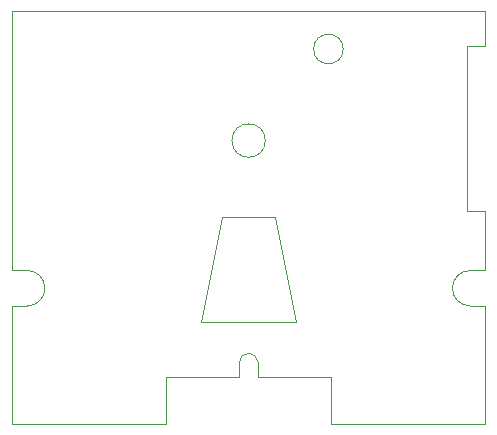
<source format=gbr>
%TF.GenerationSoftware,KiCad,Pcbnew,4.0.3-stable*%
%TF.CreationDate,2016-08-24T18:09:45+01:00*%
%TF.ProjectId,ControlesVolante,436F6E74726F6C6573566F6C616E7465,rev?*%
%TF.FileFunction,Profile,NP*%
%FSLAX46Y46*%
G04 Gerber Fmt 4.6, Leading zero omitted, Abs format (unit mm)*
G04 Created by KiCad (PCBNEW 4.0.3-stable) date Wed Aug 24 18:09:45 2016*
%MOMM*%
%LPD*%
G01*
G04 APERTURE LIST*
%ADD10C,0.100000*%
G04 APERTURE END LIST*
D10*
X196360000Y-111200000D02*
X197610000Y-111200000D01*
X196360000Y-108200000D02*
X197610000Y-108200000D01*
X196360000Y-108200000D02*
G75*
G03X194860000Y-109700000I0J-1500000D01*
G01*
X194860000Y-109700000D02*
G75*
G03X196360000Y-111200000I1500000J0D01*
G01*
X157610000Y-108200000D02*
X158860000Y-108200000D01*
X157610000Y-111200000D02*
X158860000Y-111200000D01*
X158860000Y-111200000D02*
G75*
G03X160360000Y-109700000I0J1500000D01*
G01*
X160360000Y-109700000D02*
G75*
G03X158860000Y-108200000I-1500000J0D01*
G01*
X178410000Y-117200000D02*
X178410000Y-116000000D01*
X176810000Y-116000000D02*
X176810000Y-117200000D01*
X178410000Y-116000000D02*
G75*
G03X177610000Y-115200000I-800000J0D01*
G01*
X177610000Y-115200000D02*
G75*
G03X176810000Y-116000000I0J-800000D01*
G01*
X179024214Y-97200000D02*
G75*
G03X179024214Y-97200000I-1414214J0D01*
G01*
X157610000Y-108200000D02*
X157610000Y-86200000D01*
X157610000Y-121200000D02*
X157610000Y-111200000D01*
X197610000Y-108200000D02*
X197610000Y-103200000D01*
X197610000Y-121200000D02*
X197610000Y-111200000D01*
X173610000Y-112600000D02*
X175360000Y-103700000D01*
X179880000Y-103700000D02*
X181610000Y-112600000D01*
X179860000Y-103700000D02*
X175360000Y-103700000D01*
X181610000Y-112600000D02*
X173610000Y-112600000D01*
X196110000Y-103200000D02*
X197610000Y-103200000D01*
X196110000Y-89200000D02*
X196110000Y-103200000D01*
X197610000Y-89200000D02*
X196110000Y-89200000D01*
X197610000Y-86200000D02*
X197610000Y-89200000D01*
X170610000Y-121200000D02*
X157610000Y-121200000D01*
X170610000Y-117200000D02*
X170610000Y-121200000D01*
X176810000Y-117200000D02*
X170610000Y-117200000D01*
X184610000Y-117200000D02*
X178410000Y-117200000D01*
X184610000Y-121200000D02*
X184610000Y-117200000D01*
X197610000Y-121200000D02*
X184610000Y-121200000D01*
X185610000Y-89450000D02*
G75*
G03X185610000Y-89450000I-1250000J0D01*
G01*
X197610000Y-86200000D02*
X157610000Y-86200000D01*
M02*

</source>
